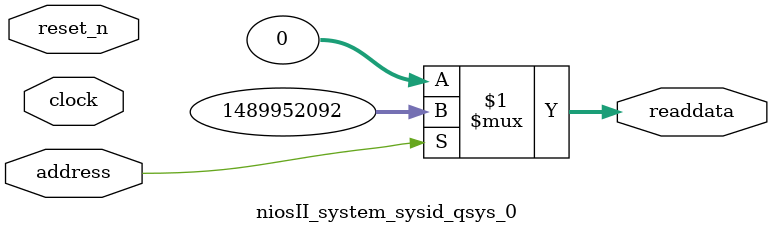
<source format=v>

`timescale 1ns / 1ps
// synthesis translate_on

// turn off superfluous verilog processor warnings 
// altera message_level Level1 
// altera message_off 10034 10035 10036 10037 10230 10240 10030 

module niosII_system_sysid_qsys_0 (
               // inputs:
                address,
                clock,
                reset_n,

               // outputs:
                readdata
             )
;

  output  [ 31: 0] readdata;
  input            address;
  input            clock;
  input            reset_n;

  wire    [ 31: 0] readdata;
  //control_slave, which is an e_avalon_slave
  assign readdata = address ? 1489952092 : 0;

endmodule




</source>
